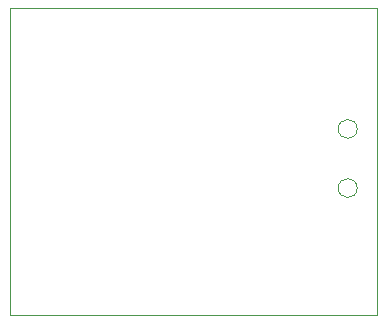
<source format=gbr>
%TF.GenerationSoftware,KiCad,Pcbnew,8.0.0*%
%TF.CreationDate,2024-04-09T10:55:27+02:00*%
%TF.ProjectId,LoraTimerSender,4c6f7261-5469-46d6-9572-53656e646572,rev?*%
%TF.SameCoordinates,Original*%
%TF.FileFunction,Profile,NP*%
%FSLAX46Y46*%
G04 Gerber Fmt 4.6, Leading zero omitted, Abs format (unit mm)*
G04 Created by KiCad (PCBNEW 8.0.0) date 2024-04-09 10:55:27*
%MOMM*%
%LPD*%
G01*
G04 APERTURE LIST*
%TA.AperFunction,Profile*%
%ADD10C,0.050000*%
%TD*%
%TA.AperFunction,Profile*%
%ADD11C,0.120000*%
%TD*%
G04 APERTURE END LIST*
D10*
X123275000Y-75425000D02*
X154425000Y-75425000D01*
X154425000Y-101400000D01*
X123275000Y-101400000D01*
X123275000Y-75425000D01*
D11*
%TO.C,U3*%
X152712500Y-85650000D02*
G75*
G02*
X151112500Y-85650000I-800000J0D01*
G01*
X151112500Y-85650000D02*
G75*
G02*
X152712500Y-85650000I800000J0D01*
G01*
X152712500Y-90650000D02*
G75*
G02*
X151112500Y-90650000I-800000J0D01*
G01*
X151112500Y-90650000D02*
G75*
G02*
X152712500Y-90650000I800000J0D01*
G01*
%TD*%
M02*

</source>
